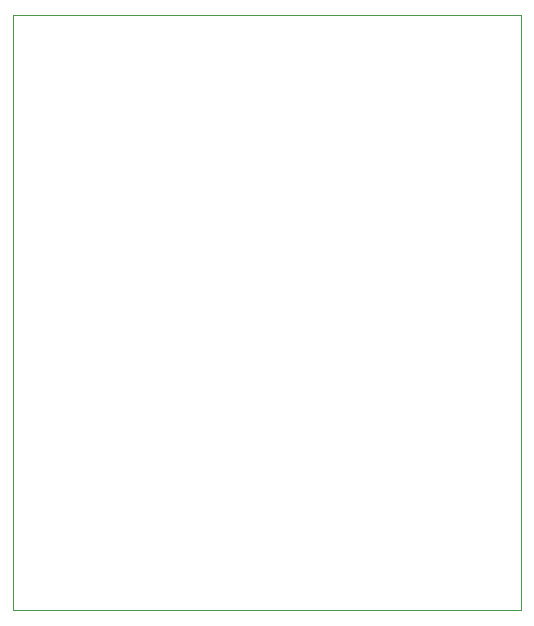
<source format=gbr>
G04 #@! TF.FileFunction,Profile,NP*
%FSLAX46Y46*%
G04 Gerber Fmt 4.6, Leading zero omitted, Abs format (unit mm)*
G04 Created by KiCad (PCBNEW 4.0.3-stable) date 05/03/17 00:29:37*
%MOMM*%
%LPD*%
G01*
G04 APERTURE LIST*
%ADD10C,0.152400*%
%ADD11C,0.100000*%
G04 APERTURE END LIST*
D10*
D11*
X144300000Y-101600000D02*
X144300000Y-101200000D01*
X101300000Y-101600000D02*
X144300000Y-101600000D01*
X101300000Y-51200000D02*
X101300000Y-101600000D01*
X101800000Y-51200000D02*
X101300000Y-51200000D01*
X101800000Y-51200000D02*
X144300000Y-51200000D01*
X144300000Y-101200000D02*
X144300000Y-51200000D01*
M02*

</source>
